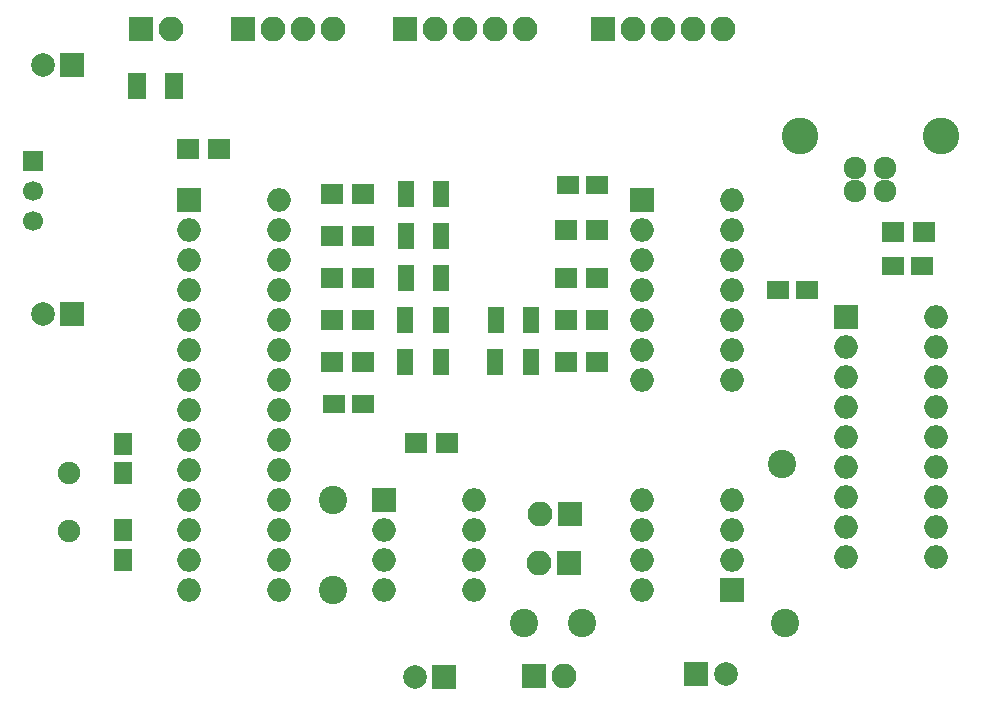
<source format=gts>
G04 #@! TF.GenerationSoftware,KiCad,Pcbnew,(5.0.0-3-g5ebb6b6)*
G04 #@! TF.CreationDate,2018-09-15T08:18:07-04:00*
G04 #@! TF.ProjectId,picdev,7069636465762E6B696361645F706362,rev?*
G04 #@! TF.SameCoordinates,Original*
G04 #@! TF.FileFunction,Soldermask,Top*
G04 #@! TF.FilePolarity,Negative*
%FSLAX46Y46*%
G04 Gerber Fmt 4.6, Leading zero omitted, Abs format (unit mm)*
G04 Created by KiCad (PCBNEW (5.0.0-3-g5ebb6b6)) date Saturday, September 15, 2018 at 08:18:07 AM*
%MOMM*%
%LPD*%
G01*
G04 APERTURE LIST*
%ADD10R,1.900000X1.700000*%
%ADD11R,2.000000X2.000000*%
%ADD12O,2.000000X2.000000*%
%ADD13C,2.400000*%
%ADD14R,2.100000X2.100000*%
%ADD15O,2.100000X2.100000*%
%ADD16C,2.000000*%
%ADD17R,1.900000X1.650000*%
%ADD18R,1.650000X1.900000*%
%ADD19C,1.920000*%
%ADD20C,3.100000*%
%ADD21C,1.900000*%
%ADD22R,1.645000X2.200000*%
%ADD23R,1.470000X2.200000*%
%ADD24C,1.700000*%
%ADD25R,1.700000X1.700000*%
G04 APERTURE END LIST*
D10*
G04 #@! TO.C,R1*
X155288000Y-86360000D03*
X157988000Y-86360000D03*
G04 #@! TD*
D11*
G04 #@! TO.C,U5*
X152654000Y-91186000D03*
D12*
X160274000Y-98806000D03*
X152654000Y-93726000D03*
X160274000Y-96266000D03*
X152654000Y-96266000D03*
X160274000Y-93726000D03*
X152654000Y-98806000D03*
X160274000Y-91186000D03*
G04 #@! TD*
D13*
G04 #@! TO.C,TP3*
X186563000Y-101600000D03*
G04 #@! TD*
G04 #@! TO.C,TP2*
X164465000Y-101600000D03*
G04 #@! TD*
G04 #@! TO.C,TP4*
X186309000Y-88138000D03*
G04 #@! TD*
G04 #@! TO.C,TP5*
X148336000Y-91186000D03*
G04 #@! TD*
G04 #@! TO.C,TP6*
X148336000Y-98806000D03*
G04 #@! TD*
G04 #@! TO.C,TP1*
X169418000Y-101600000D03*
G04 #@! TD*
D14*
G04 #@! TO.C,JP2*
X168275000Y-96520000D03*
D15*
X165735000Y-96520000D03*
G04 #@! TD*
G04 #@! TO.C,JP1*
X165862000Y-92329000D03*
D14*
X168402000Y-92329000D03*
G04 #@! TD*
D16*
G04 #@! TO.C,C1*
X123738000Y-54356000D03*
D11*
X126238000Y-54356000D03*
G04 #@! TD*
G04 #@! TO.C,C2*
X126238000Y-75438000D03*
D16*
X123738000Y-75438000D03*
G04 #@! TD*
G04 #@! TO.C,C4*
X181570000Y-105918000D03*
D11*
X179070000Y-105918000D03*
G04 #@! TD*
G04 #@! TO.C,C8*
X157734000Y-106172000D03*
D16*
X155234000Y-106172000D03*
G04 #@! TD*
D17*
G04 #@! TO.C,C3*
X185948000Y-73406000D03*
X188448000Y-73406000D03*
G04 #@! TD*
G04 #@! TO.C,C5*
X168188000Y-64516000D03*
X170688000Y-64516000D03*
G04 #@! TD*
G04 #@! TO.C,C6*
X198174000Y-71374000D03*
X195674000Y-71374000D03*
G04 #@! TD*
G04 #@! TO.C,C7*
X148376000Y-83058000D03*
X150876000Y-83058000D03*
G04 #@! TD*
D18*
G04 #@! TO.C,C9*
X130556000Y-88900000D03*
X130556000Y-86400000D03*
G04 #@! TD*
G04 #@! TO.C,C10*
X130556000Y-96226000D03*
X130556000Y-93726000D03*
G04 #@! TD*
D19*
G04 #@! TO.C,J5*
X195072000Y-65024000D03*
X192532000Y-65024000D03*
X192532000Y-63024000D03*
X195072000Y-63024000D03*
D20*
X199802000Y-60324000D03*
X187802000Y-60324000D03*
G04 #@! TD*
D21*
G04 #@! TO.C,Y1*
X125984000Y-88900000D03*
X125984000Y-93780000D03*
G04 #@! TD*
D22*
G04 #@! TO.C,F1*
X134874000Y-56134000D03*
X131689000Y-56134000D03*
G04 #@! TD*
D12*
G04 #@! TO.C,U3*
X182118000Y-65786000D03*
X174498000Y-81026000D03*
X182118000Y-68326000D03*
X174498000Y-78486000D03*
X182118000Y-70866000D03*
X174498000Y-75946000D03*
X182118000Y-73406000D03*
X174498000Y-73406000D03*
X182118000Y-75946000D03*
X174498000Y-70866000D03*
X182118000Y-78486000D03*
X174498000Y-68326000D03*
X182118000Y-81026000D03*
D11*
X174498000Y-65786000D03*
G04 #@! TD*
D12*
G04 #@! TO.C,U4*
X199390000Y-75692000D03*
X191770000Y-96012000D03*
X199390000Y-78232000D03*
X191770000Y-93472000D03*
X199390000Y-80772000D03*
X191770000Y-90932000D03*
X199390000Y-83312000D03*
X191770000Y-88392000D03*
X199390000Y-85852000D03*
X191770000Y-85852000D03*
X199390000Y-88392000D03*
X191770000Y-83312000D03*
X199390000Y-90932000D03*
X191770000Y-80772000D03*
X199390000Y-93472000D03*
X191770000Y-78232000D03*
X199390000Y-96012000D03*
D11*
X191770000Y-75692000D03*
G04 #@! TD*
D12*
G04 #@! TO.C,U6*
X143764000Y-65786000D03*
X136144000Y-98806000D03*
X143764000Y-68326000D03*
X136144000Y-96266000D03*
X143764000Y-70866000D03*
X136144000Y-93726000D03*
X143764000Y-73406000D03*
X136144000Y-91186000D03*
X143764000Y-75946000D03*
X136144000Y-88646000D03*
X143764000Y-78486000D03*
X136144000Y-86106000D03*
X143764000Y-81026000D03*
X136144000Y-83566000D03*
X143764000Y-83566000D03*
X136144000Y-81026000D03*
X143764000Y-86106000D03*
X136144000Y-78486000D03*
X143764000Y-88646000D03*
X136144000Y-75946000D03*
X143764000Y-91186000D03*
X136144000Y-73406000D03*
X143764000Y-93726000D03*
X136144000Y-70866000D03*
X143764000Y-96266000D03*
X136144000Y-68326000D03*
X143764000Y-98806000D03*
D11*
X136144000Y-65786000D03*
G04 #@! TD*
D12*
G04 #@! TO.C,U2*
X174498000Y-98806000D03*
X182118000Y-91186000D03*
X174498000Y-96266000D03*
X182118000Y-93726000D03*
X174498000Y-93726000D03*
X182118000Y-96266000D03*
X174498000Y-91186000D03*
D11*
X182118000Y-98806000D03*
G04 #@! TD*
D23*
G04 #@! TO.C,D7*
X154432000Y-79502000D03*
X157442000Y-79502000D03*
G04 #@! TD*
G04 #@! TO.C,D6*
X157442000Y-75946000D03*
X154432000Y-75946000D03*
G04 #@! TD*
G04 #@! TO.C,D5*
X154470000Y-72390000D03*
X157480000Y-72390000D03*
G04 #@! TD*
G04 #@! TO.C,D4*
X157461000Y-68834000D03*
X154451000Y-68834000D03*
G04 #@! TD*
G04 #@! TO.C,D3*
X154470000Y-65278000D03*
X157480000Y-65278000D03*
G04 #@! TD*
G04 #@! TO.C,D2*
X162090000Y-75946000D03*
X165100000Y-75946000D03*
G04 #@! TD*
G04 #@! TO.C,D1*
X165062000Y-79502000D03*
X162052000Y-79502000D03*
G04 #@! TD*
D24*
G04 #@! TO.C,U1*
X122936000Y-67564000D03*
D25*
X122936000Y-62484000D03*
D24*
X122936000Y-65024000D03*
G04 #@! TD*
D14*
G04 #@! TO.C,J1*
X132080000Y-51308000D03*
D15*
X134620000Y-51308000D03*
G04 #@! TD*
G04 #@! TO.C,J4*
X167894000Y-106045000D03*
D14*
X165354000Y-106045000D03*
G04 #@! TD*
D15*
G04 #@! TO.C,J6*
X148336000Y-51308000D03*
X145796000Y-51308000D03*
X143256000Y-51308000D03*
D14*
X140716000Y-51308000D03*
G04 #@! TD*
G04 #@! TO.C,J3*
X154432000Y-51308000D03*
D15*
X156972000Y-51308000D03*
X159512000Y-51308000D03*
X162052000Y-51308000D03*
X164592000Y-51308000D03*
G04 #@! TD*
G04 #@! TO.C,J2*
X181356000Y-51308000D03*
X178816000Y-51308000D03*
X176276000Y-51308000D03*
X173736000Y-51308000D03*
D14*
X171196000Y-51308000D03*
G04 #@! TD*
D10*
G04 #@! TO.C,R12*
X198374000Y-68453000D03*
X195674000Y-68453000D03*
G04 #@! TD*
G04 #@! TO.C,R11*
X148176000Y-79502000D03*
X150876000Y-79502000D03*
G04 #@! TD*
G04 #@! TO.C,R10*
X150876000Y-75946000D03*
X148176000Y-75946000D03*
G04 #@! TD*
G04 #@! TO.C,R9*
X148176000Y-72390000D03*
X150876000Y-72390000D03*
G04 #@! TD*
G04 #@! TO.C,R8*
X150876000Y-68834000D03*
X148176000Y-68834000D03*
G04 #@! TD*
G04 #@! TO.C,R7*
X148176000Y-65278000D03*
X150876000Y-65278000D03*
G04 #@! TD*
G04 #@! TO.C,R6*
X138684000Y-61468000D03*
X135984000Y-61468000D03*
G04 #@! TD*
G04 #@! TO.C,R5*
X170688000Y-75946000D03*
X167988000Y-75946000D03*
G04 #@! TD*
G04 #@! TO.C,R4*
X167988000Y-79502000D03*
X170688000Y-79502000D03*
G04 #@! TD*
G04 #@! TO.C,R3*
X170688000Y-68326000D03*
X167988000Y-68326000D03*
G04 #@! TD*
G04 #@! TO.C,R2*
X167988000Y-72390000D03*
X170688000Y-72390000D03*
G04 #@! TD*
M02*

</source>
